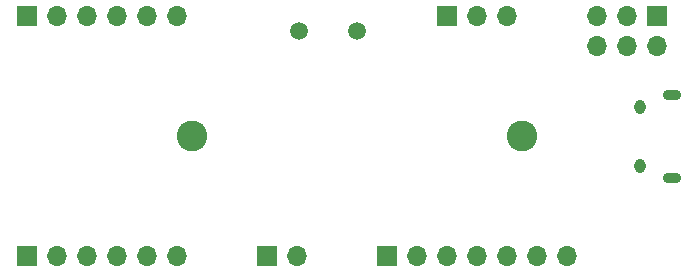
<source format=gbr>
%TF.GenerationSoftware,KiCad,Pcbnew,(5.1.9)-1*%
%TF.CreationDate,2021-05-16T17:52:49+02:00*%
%TF.ProjectId,SojournerST,536f6a6f-7572-46e6-9572-53542e6b6963,rev?*%
%TF.SameCoordinates,Original*%
%TF.FileFunction,Soldermask,Bot*%
%TF.FilePolarity,Negative*%
%FSLAX46Y46*%
G04 Gerber Fmt 4.6, Leading zero omitted, Abs format (unit mm)*
G04 Created by KiCad (PCBNEW (5.1.9)-1) date 2021-05-16 17:52:49*
%MOMM*%
%LPD*%
G01*
G04 APERTURE LIST*
%ADD10O,1.700000X1.700000*%
%ADD11R,1.700000X1.700000*%
%ADD12C,1.500000*%
%ADD13O,1.550000X0.890000*%
%ADD14O,0.950000X1.250000*%
%ADD15C,2.600000*%
G04 APERTURE END LIST*
D10*
%TO.C,J3*%
X139700000Y-62230000D03*
X137160000Y-62230000D03*
D11*
X134620000Y-62230000D03*
%TD*%
D10*
%TO.C,J7*%
X121920000Y-82550000D03*
D11*
X119380000Y-82550000D03*
%TD*%
D10*
%TO.C,J2*%
X144780000Y-82550000D03*
X142240000Y-82550000D03*
X139700000Y-82550000D03*
X137160000Y-82550000D03*
X134620000Y-82550000D03*
X132080000Y-82550000D03*
D11*
X129540000Y-82550000D03*
%TD*%
D12*
%TO.C,Y1*%
X122120000Y-63500000D03*
X127000000Y-63500000D03*
%TD*%
D10*
%TO.C,J6*%
X111760000Y-82550000D03*
X109220000Y-82550000D03*
X106680000Y-82550000D03*
X104140000Y-82550000D03*
X101600000Y-82550000D03*
D11*
X99060000Y-82550000D03*
%TD*%
D10*
%TO.C,J5*%
X111760000Y-62230000D03*
X109220000Y-62230000D03*
X106680000Y-62230000D03*
X104140000Y-62230000D03*
X101600000Y-62230000D03*
D11*
X99060000Y-62230000D03*
%TD*%
D10*
%TO.C,J4*%
X147320000Y-64770000D03*
X147320000Y-62230000D03*
X149860000Y-64770000D03*
X149860000Y-62230000D03*
X152400000Y-64770000D03*
D11*
X152400000Y-62230000D03*
%TD*%
D13*
%TO.C,J1*%
X153700000Y-68890000D03*
X153700000Y-75890000D03*
D14*
X151000000Y-69890000D03*
X151000000Y-74890000D03*
%TD*%
D15*
%TO.C,H2*%
X140970000Y-72390000D03*
%TD*%
%TO.C,H1*%
X113030000Y-72390000D03*
%TD*%
M02*

</source>
